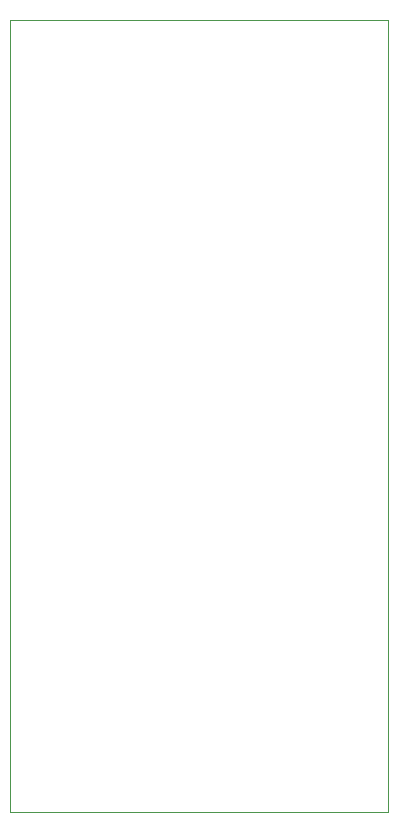
<source format=gm1>
G04 #@! TF.GenerationSoftware,KiCad,Pcbnew,(6.0.1)*
G04 #@! TF.CreationDate,2022-08-31T09:04:51-04:00*
G04 #@! TF.ProjectId,ITX-PI-PICO,4954582d-5049-42d5-9049-434f2e6b6963,1*
G04 #@! TF.SameCoordinates,Original*
G04 #@! TF.FileFunction,Profile,NP*
%FSLAX46Y46*%
G04 Gerber Fmt 4.6, Leading zero omitted, Abs format (unit mm)*
G04 Created by KiCad (PCBNEW (6.0.1)) date 2022-08-31 09:04:51*
%MOMM*%
%LPD*%
G01*
G04 APERTURE LIST*
G04 #@! TA.AperFunction,Profile*
%ADD10C,0.100000*%
G04 #@! TD*
G04 APERTURE END LIST*
D10*
X84000000Y-55000000D02*
X116000000Y-55000000D01*
X116000000Y-55000000D02*
X116000000Y-122000000D01*
X116000000Y-122000000D02*
X84000000Y-122000000D01*
X84000000Y-122000000D02*
X84000000Y-55000000D01*
M02*

</source>
